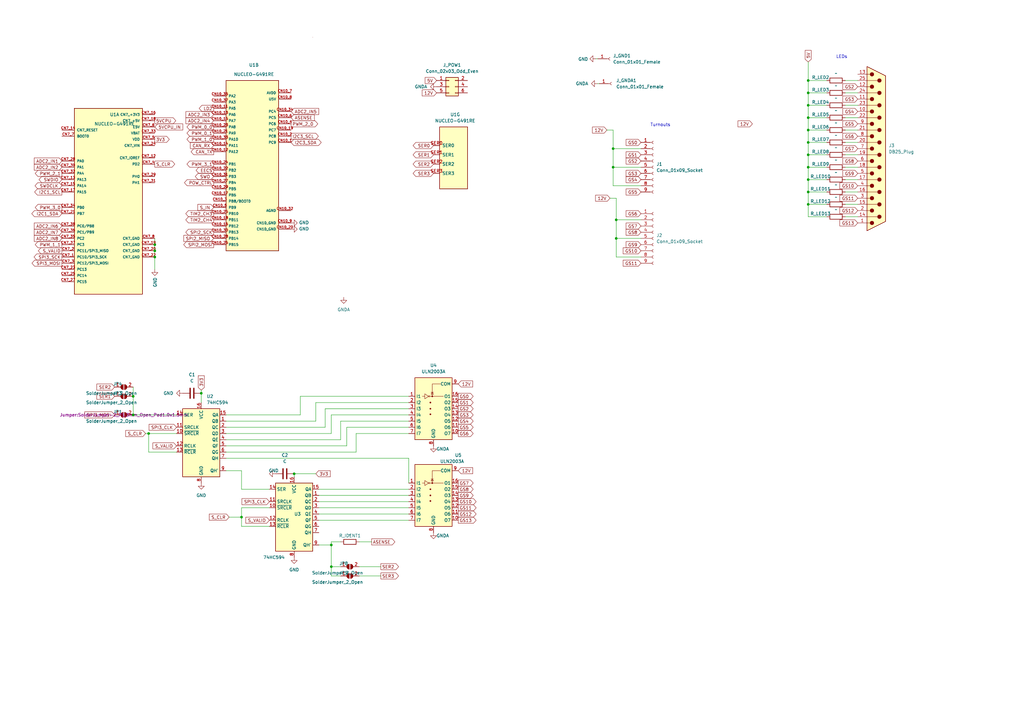
<source format=kicad_sch>
(kicad_sch (version 20230121) (generator eeschema)
  (paper "A3")
  (title_block (title "Template G4 V2") (date "2024-01-07") (company "DBN"))
  (junction (at 331.47 78.74))
  (junction (at 331.47 73.66))
  (junction (at 60.96 177.8))
  (junction (at 252.73 97.79))
  (junction (at 82.55 161.29))
  (junction (at 331.47 83.82))
  (junction (at 120.65 194.31))
  (junction (at 251.46 68.58))
  (junction (at 331.47 38.1))
  (junction (at 331.47 63.5))
  (junction (at 251.46 60.96))
  (junction (at 63.5 102.87))
  (junction (at 331.47 58.42))
  (junction (at 331.47 53.34))
  (junction (at 135.89 232.41))
  (junction (at 54.61 170.18))
  (junction (at 63.5 105.41))
  (junction (at 252.73 90.17))
  (junction (at 54.61 162.56))
  (junction (at 135.89 223.52))
  (junction (at 331.47 48.26))
  (junction (at 331.47 33.02))
  (junction (at 99.06 212.09))
  (junction (at 331.47 43.18))
  (junction (at 63.5 100.33))
  (junction (at 331.47 68.58))
  (wire (pts (xy 99.06 193.04) (xy 92.71 193.04)))
  (wire (pts (xy 252.73 90.17) (xy 252.73 97.79)))
  (wire (pts (xy 82.55 160.02) (xy 82.55 161.29)))
  (wire (pts (xy 250.19 81.28) (xy 252.73 81.28)))
  (wire (pts (xy 331.47 58.42) (xy 331.47 63.5)))
  (wire (pts (xy 130.81 210.82) (xy 167.64 210.82)))
  (wire (pts (xy 331.47 25.4) (xy 331.47 33.02)))
  (wire (pts (xy 346.71 43.18) (xy 351.79 43.18)))
  (wire (pts (xy 251.46 68.58) (xy 251.46 76.2)))
  (wire (pts (xy 251.46 60.96) (xy 262.89 60.96)))
  (wire (pts (xy 135.89 222.25) (xy 135.89 223.52)))
  (wire (pts (xy 135.89 223.52) (xy 135.89 232.41)))
  (wire (pts (xy 331.47 48.26) (xy 339.09 48.26)))
  (wire (pts (xy 331.47 83.82) (xy 339.09 83.82)))
  (wire (pts (xy 60.96 177.8) (xy 60.96 185.42)))
  (wire (pts (xy 63.5 105.41) (xy 63.5 110.49)))
  (wire (pts (xy 54.61 170.18) (xy 72.39 170.18)))
  (wire (pts (xy 130.81 203.2) (xy 167.64 203.2)))
  (wire (pts (xy 146.05 185.42) (xy 146.05 177.8)))
  (wire (pts (xy 99.06 212.09) (xy 99.06 208.28)))
  (wire (pts (xy 135.89 222.25) (xy 139.7 222.25)))
  (wire (pts (xy 99.06 200.66) (xy 99.06 193.04)))
  (wire (pts (xy 60.96 177.8) (xy 72.39 177.8)))
  (wire (pts (xy 54.61 162.56) (xy 54.61 170.18)))
  (wire (pts (xy 130.81 205.74) (xy 167.64 205.74)))
  (wire (pts (xy 331.47 53.34) (xy 331.47 58.42)))
  (wire (pts (xy 92.71 170.18) (xy 123.19 170.18)))
  (wire (pts (xy 123.19 170.18) (xy 123.19 162.56)))
  (wire (pts (xy 252.73 97.79) (xy 262.89 97.79)))
  (wire (pts (xy 346.71 88.9) (xy 351.79 88.9)))
  (wire (pts (xy 331.47 63.5) (xy 331.47 68.58)))
  (wire (pts (xy 99.06 200.66) (xy 110.49 200.66)))
  (wire (pts (xy 346.71 58.42) (xy 351.79 58.42)))
  (wire (pts (xy 346.71 68.58) (xy 351.79 68.58)))
  (wire (pts (xy 251.46 60.96) (xy 251.46 68.58)))
  (wire (pts (xy 331.47 33.02) (xy 339.09 33.02)))
  (wire (pts (xy 63.5 102.87) (xy 63.5 105.41)))
  (wire (pts (xy 60.96 185.42) (xy 72.39 185.42)))
  (wire (pts (xy 135.89 236.22) (xy 139.7 236.22)))
  (wire (pts (xy 331.47 78.74) (xy 331.47 83.82)))
  (wire (pts (xy 252.73 97.79) (xy 252.73 105.41)))
  (wire (pts (xy 251.46 53.34) (xy 251.46 60.96)))
  (wire (pts (xy 346.71 83.82) (xy 351.79 83.82)))
  (wire (pts (xy 139.7 180.34) (xy 139.7 172.72)))
  (wire (pts (xy 331.47 78.74) (xy 339.09 78.74)))
  (wire (pts (xy 346.71 63.5) (xy 351.79 63.5)))
  (wire (pts (xy 92.71 182.88) (xy 142.24 182.88)))
  (wire (pts (xy 331.47 73.66) (xy 331.47 78.74)))
  (wire (pts (xy 139.7 172.72) (xy 167.64 172.72)))
  (wire (pts (xy 167.64 187.96) (xy 167.64 198.12)))
  (wire (pts (xy 346.71 78.74) (xy 351.79 78.74)))
  (wire (pts (xy 99.06 208.28) (xy 110.49 208.28)))
  (wire (pts (xy 331.47 48.26) (xy 331.47 53.34)))
  (wire (pts (xy 92.71 177.8) (xy 135.89 177.8)))
  (wire (pts (xy 251.46 68.58) (xy 262.89 68.58)))
  (wire (pts (xy 135.89 232.41) (xy 135.89 236.22)))
  (wire (pts (xy 129.54 165.1) (xy 167.64 165.1)))
  (wire (pts (xy 331.47 88.9) (xy 339.09 88.9)))
  (wire (pts (xy 248.92 53.34) (xy 251.46 53.34)))
  (wire (pts (xy 346.71 33.02) (xy 351.79 33.02)))
  (wire (pts (xy 346.71 38.1) (xy 351.79 38.1)))
  (wire (pts (xy 245.11 34.29) (xy 245.745 34.29)))
  (wire (pts (xy 135.89 177.8) (xy 135.89 170.18)))
  (wire (pts (xy 133.35 167.64) (xy 167.64 167.64)))
  (wire (pts (xy 120.65 194.31) (xy 129.54 194.31)))
  (wire (pts (xy 135.89 170.18) (xy 167.64 170.18)))
  (wire (pts (xy 130.81 208.28) (xy 167.64 208.28)))
  (wire (pts (xy 142.24 182.88) (xy 142.24 175.26)))
  (wire (pts (xy 346.71 53.34) (xy 351.79 53.34)))
  (wire (pts (xy 331.47 43.18) (xy 331.47 48.26)))
  (wire (pts (xy 130.81 223.52) (xy 135.89 223.52)))
  (wire (pts (xy 331.47 38.1) (xy 331.47 43.18)))
  (wire (pts (xy 251.46 76.2) (xy 262.89 76.2)))
  (wire (pts (xy 142.24 175.26) (xy 167.64 175.26)))
  (wire (pts (xy 82.55 161.29) (xy 82.55 165.1)))
  (wire (pts (xy 54.61 158.75) (xy 54.61 162.56)))
  (wire (pts (xy 146.05 177.8) (xy 167.64 177.8)))
  (wire (pts (xy 147.32 236.22) (xy 156.21 236.22)))
  (wire (pts (xy 331.47 83.82) (xy 331.47 88.9)))
  (wire (pts (xy 92.71 180.34) (xy 139.7 180.34)))
  (wire (pts (xy 331.47 58.42) (xy 339.09 58.42)))
  (wire (pts (xy 331.47 73.66) (xy 339.09 73.66)))
  (wire (pts (xy 63.5 97.79) (xy 63.5 100.33)))
  (wire (pts (xy 244.475 24.13) (xy 245.11 24.13)))
  (wire (pts (xy 120.65 194.31) (xy 120.65 195.58)))
  (wire (pts (xy 331.47 68.58) (xy 331.47 73.66)))
  (wire (pts (xy 152.4 222.25) (xy 147.32 222.25)))
  (wire (pts (xy 92.71 172.72) (xy 129.54 172.72)))
  (wire (pts (xy 331.47 53.34) (xy 339.09 53.34)))
  (wire (pts (xy 346.71 73.66) (xy 351.79 73.66)))
  (wire (pts (xy 130.81 200.66) (xy 167.64 200.66)))
  (wire (pts (xy 252.73 105.41) (xy 262.89 105.41)))
  (wire (pts (xy 346.71 48.26) (xy 351.79 48.26)))
  (wire (pts (xy 135.89 232.41) (xy 139.7 232.41)))
  (wire (pts (xy 92.71 175.26) (xy 133.35 175.26)))
  (wire (pts (xy 130.81 213.36) (xy 167.64 213.36)))
  (wire (pts (xy 252.73 81.28) (xy 252.73 90.17)))
  (wire (pts (xy 93.98 212.09) (xy 99.06 212.09)))
  (wire (pts (xy 92.71 187.96) (xy 167.64 187.96)))
  (wire (pts (xy 99.06 212.09) (xy 99.06 215.9)))
  (wire (pts (xy 331.47 43.18) (xy 339.09 43.18)))
  (wire (pts (xy 99.06 215.9) (xy 110.49 215.9)))
  (wire (pts (xy 252.73 90.17) (xy 262.89 90.17)))
  (wire (pts (xy 147.32 232.41) (xy 156.21 232.41)))
  (wire (pts (xy 331.47 63.5) (xy 339.09 63.5)))
  (wire (pts (xy 129.54 172.72) (xy 129.54 165.1)))
  (wire (pts (xy 331.47 38.1) (xy 339.09 38.1)))
  (wire (pts (xy 63.5 100.33) (xy 63.5 102.87)))
  (wire (pts (xy 123.19 162.56) (xy 167.64 162.56)))
  (wire (pts (xy 59.69 177.8) (xy 60.96 177.8)))
  (wire (pts (xy 133.35 175.26) (xy 133.35 167.64)))
  (wire (pts (xy 331.47 33.02) (xy 331.47 38.1)))
  (wire (pts (xy 92.71 185.42) (xy 146.05 185.42)))
  (wire (pts (xy 331.47 68.58) (xy 339.09 68.58)))
  (text "Turnouts\n" (at 266.7 52.07 0) (effects (font (size 1.27 1.27)) (justify left bottom)))
  (text "LEDs\n" (at 342.9 24.13 0) (effects (font (size 1.27 1.27)) (justify left bottom)))
  (global_label "GS12" (shape output) (at 187.96 210.82 0) (property "Intersheetrefs" "${INTERSHEET_REFS}" (effects hide)))
  (global_label "GS13" (shape output) (at 187.96 213.36 0) (property "Intersheetrefs" "${INTERSHEET_REFS}" (effects hide)))
  (global_label "PWM_3_1" (shape output) (at 87.63 67.31 180) (property "Intersheetrefs" "${INTERSHEET_REFS}" (effects hide)))
  (global_label "S_CLR" (shape input) (at 59.69 177.8 180) (property "Intersheetrefs" "${INTERSHEET_REFS}" (effects hide)))
  (global_label "S_CLR" (shape input) (at 93.98 212.09 180) (property "Intersheetrefs" "${INTERSHEET_REFS}" (effects hide)))
  (global_label "PWM_2_0" (shape output) (at 119.38 50.8 0) (property "Intersheetrefs" "${INTERSHEET_REFS}" (effects hide)))
  (global_label "GS9" (shape input) (at 351.79 71.12 180) (property "Intersheetrefs" "${INTERSHEET_REFS}" (effects hide)))
  (global_label "SER1" (shape input) (at 46.99 162.56 180) (property "Intersheetrefs" "${INTERSHEET_REFS}" (effects hide)))
  (global_label "S_VALID" (shape input) (at 72.39 182.88 180) (property "Intersheetrefs" "${INTERSHEET_REFS}" (effects hide)))
  (global_label "SPI3_MOSI" (shape input) (at 46.99 170.18 180) (property "Intersheetrefs" "${INTERSHEET_REFS}" (effects hide)))
  (global_label "I2C3_SDA" (shape bidirectional) (at 119.38 58.42 0) (property "Intersheetrefs" "${INTERSHEET_REFS}" (effects hide)))
  (global_label "GS7" (shape output) (at 187.96 198.12 0) (property "Intersheetrefs" "${INTERSHEET_REFS}" (effects hide)))
  (global_label "GS4" (shape input) (at 351.79 45.72 180) (property "Intersheetrefs" "${INTERSHEET_REFS}" (effects hide)))
  (global_label "12V" (shape input) (at 179.07 38.1 180) (property "Intersheetrefs" "${INTERSHEET_REFS}" (effects hide)))
  (global_label "SWO" (shape bidirectional) (at 87.63 72.39 180) (property "Intersheetrefs" "${INTERSHEET_REFS}" (effects hide)))
  (global_label "S_VALID" (shape output) (at 25.4 102.87 180) (property "Intersheetrefs" "${INTERSHEET_REFS}" (effects hide)))
  (global_label "12V" (shape input) (at 187.96 157.48 0) (property "Intersheetrefs" "${INTERSHEET_REFS}" (effects hide)))
  (global_label "GS5" (shape output) (at 187.96 175.26 0) (property "Intersheetrefs" "${INTERSHEET_REFS}" (effects hide)))
  (global_label "GS13" (shape input) (at 351.79 91.44 180) (property "Intersheetrefs" "${INTERSHEET_REFS}" (effects hide)))
  (global_label "GS10" (shape input) (at 351.79 76.2 180) (property "Intersheetrefs" "${INTERSHEET_REFS}" (effects hide)))
  (global_label "GS5" (shape input) (at 262.89 78.74 180) (property "Intersheetrefs" "${INTERSHEET_REFS}" (effects hide)))
  (global_label "PWM_2_1" (shape output) (at 25.4 71.12 180) (property "Intersheetrefs" "${INTERSHEET_REFS}" (effects hide)))
  (global_label "GS6" (shape output) (at 187.96 177.8 0) (property "Intersheetrefs" "${INTERSHEET_REFS}" (effects hide)))
  (global_label "ASENSE" (shape output) (at 152.4 222.25 0) (property "Intersheetrefs" "${INTERSHEET_REFS}" (effects hide)))
  (global_label "GS8" (shape input) (at 262.89 95.25 180) (property "Intersheetrefs" "${INTERSHEET_REFS}" (effects hide)))
  (global_label "I2C1_SDA" (shape bidirectional) (at 25.4 87.63 180) (property "Intersheetrefs" "${INTERSHEET_REFS}" (effects hide)))
  (global_label "GS9" (shape input) (at 262.89 100.33 180) (property "Intersheetrefs" "${INTERSHEET_REFS}" (effects hide)))
  (global_label "LD2" (shape output) (at 87.63 44.45 180) (property "Intersheetrefs" "${INTERSHEET_REFS}" (effects hide)))
  (global_label "SPI3_CLK" (shape input) (at 110.49 205.74 180) (property "Intersheetrefs" "${INTERSHEET_REFS}" (effects hide)))
  (global_label "GS11" (shape output) (at 187.96 208.28 0) (property "Intersheetrefs" "${INTERSHEET_REFS}" (effects hide)))
  (global_label "SPI2_MOSI" (shape output) (at 87.63 100.33 180) (property "Intersheetrefs" "${INTERSHEET_REFS}" (effects hide)))
  (global_label "GS8" (shape input) (at 351.79 66.04 180) (property "Intersheetrefs" "${INTERSHEET_REFS}" (effects hide)))
  (global_label "SER3" (shape output) (at 156.21 236.22 0) (property "Intersheetrefs" "${INTERSHEET_REFS}" (effects hide)))
  (global_label "GS10" (shape input) (at 262.89 102.87 180) (property "Intersheetrefs" "${INTERSHEET_REFS}" (effects hide)))
  (global_label "PWM_0_0" (shape output) (at 87.63 52.07 180) (property "Intersheetrefs" "${INTERSHEET_REFS}" (effects hide)))
  (global_label "GS6" (shape input) (at 262.89 87.63 180) (property "Intersheetrefs" "${INTERSHEET_REFS}" (effects hide)))
  (global_label "GS0" (shape input) (at 262.89 58.42 180) (property "Intersheetrefs" "${INTERSHEET_REFS}" (effects hide)))
  (global_label "PWM_1_1" (shape output) (at 25.4 100.33 180) (property "Intersheetrefs" "${INTERSHEET_REFS}" (effects hide)))
  (global_label "ADC2_IN2" (shape input) (at 25.4 68.58 180) (property "Intersheetrefs" "${INTERSHEET_REFS}" (effects hide)))
  (global_label "TIM2_CH4" (shape output) (at 87.63 90.17 180) (property "Intersheetrefs" "${INTERSHEET_REFS}" (effects hide)))
  (global_label "SPI3_MOSI" (shape output) (at 25.4 107.95 180) (property "Intersheetrefs" "${INTERSHEET_REFS}" (effects hide)))
  (global_label "GS6" (shape input) (at 351.79 55.88 180) (property "Intersheetrefs" "${INTERSHEET_REFS}" (effects hide)))
  (global_label "GS5" (shape input) (at 351.79 50.8 180) (property "Intersheetrefs" "${INTERSHEET_REFS}" (effects hide)))
  (global_label "ADC2_IN6" (shape input) (at 25.4 92.71 180) (property "Intersheetrefs" "${INTERSHEET_REFS}" (effects hide)))
  (global_label "GS2" (shape output) (at 187.96 167.64 0) (property "Intersheetrefs" "${INTERSHEET_REFS}" (effects hide)))
  (global_label "ADC2_IN4" (shape input) (at 87.63 49.53 180) (property "Intersheetrefs" "${INTERSHEET_REFS}" (effects hide)))
  (global_label "SER2" (shape bidirectional) (at 177.8 67.31 180) (property "Intersheetrefs" "${INTERSHEET_REFS}" (effects hide)))
  (global_label "GS9" (shape output) (at 187.96 203.2 0) (property "Intersheetrefs" "${INTERSHEET_REFS}" (effects hide)))
  (global_label "GS3" (shape input) (at 351.79 40.64 180) (property "Intersheetrefs" "${INTERSHEET_REFS}" (effects hide)))
  (global_label "ADC2_IN3" (shape input) (at 87.63 46.99 180) (property "Intersheetrefs" "${INTERSHEET_REFS}" (effects hide)))
  (global_label "CAN_TX" (shape output) (at 87.63 62.23 180) (property "Intersheetrefs" "${INTERSHEET_REFS}" (effects hide)))
  (global_label "TIM2_CH3" (shape output) (at 87.63 87.63 180) (property "Intersheetrefs" "${INTERSHEET_REFS}" (effects hide)))
  (global_label "POW_CTRL" (shape output) (at 87.63 74.93 180) (property "Intersheetrefs" "${INTERSHEET_REFS}" (effects hide)))
  (global_label "SPI2_MISO" (shape input) (at 87.63 97.79 180) (property "Intersheetrefs" "${INTERSHEET_REFS}" (effects hide)))
  (global_label "GS4" (shape input) (at 262.89 73.66 180) (property "Intersheetrefs" "${INTERSHEET_REFS}" (effects hide)))
  (global_label "12V" (shape input) (at 308.61 50.8 180) (property "Intersheetrefs" "${INTERSHEET_REFS}" (effects hide)))
  (global_label "SER3" (shape bidirectional) (at 177.8 71.12 180) (property "Intersheetrefs" "${INTERSHEET_REFS}" (effects hide)))
  (global_label "ADC2_IN1" (shape input) (at 25.4 66.04 180) (property "Intersheetrefs" "${INTERSHEET_REFS}" (effects hide)))
  (global_label "3V3" (shape input) (at 129.54 194.31 0) (property "Intersheetrefs" "${INTERSHEET_REFS}" (effects hide)))
  (global_label "GS12" (shape input) (at 351.79 86.36 180) (property "Intersheetrefs" "${INTERSHEET_REFS}" (effects hide)))
  (global_label "ASENSE" (shape input) (at 119.38 48.26 0) (property "Intersheetrefs" "${INTERSHEET_REFS}" (effects hide)))
  (global_label "S_IN" (shape input) (at 87.63 85.09 180) (property "Intersheetrefs" "${INTERSHEET_REFS}" (effects hide)))
  (global_label "S_CLR" (shape output) (at 63.5 67.31 0) (property "Intersheetrefs" "${INTERSHEET_REFS}" (effects hide)))
  (global_label "5V" (shape input) (at 331.47 25.4 90) (property "Intersheetrefs" "${INTERSHEET_REFS}" (effects hide)))
  (global_label "SER2" (shape input) (at 46.99 158.75 180) (property "Intersheetrefs" "${INTERSHEET_REFS}" (effects hide)))
  (global_label "SWDIO" (shape bidirectional) (at 25.4 73.66 180) (property "Intersheetrefs" "${INTERSHEET_REFS}" (effects hide)))
  (global_label "SPI3_CLK" (shape input) (at 72.39 175.26 180) (property "Intersheetrefs" "${INTERSHEET_REFS}" (effects hide)))
  (global_label "12V" (shape input) (at 248.92 53.34 180) (property "Intersheetrefs" "${INTERSHEET_REFS}" (effects hide)))
  (global_label "ADC2_IN8" (shape input) (at 25.4 97.79 180) (property "Intersheetrefs" "${INTERSHEET_REFS}" (effects hide)))
  (global_label "GS2" (shape input) (at 262.89 66.04 180) (property "Intersheetrefs" "${INTERSHEET_REFS}" (effects hide)))
  (global_label "GS1" (shape input) (at 262.89 63.5 180) (property "Intersheetrefs" "${INTERSHEET_REFS}" (effects hide)))
  (global_label "12V" (shape input) (at 187.96 193.04 0) (property "Intersheetrefs" "${INTERSHEET_REFS}" (effects hide)))
  (global_label "GS10" (shape output) (at 187.96 205.74 0) (property "Intersheetrefs" "${INTERSHEET_REFS}" (effects hide)))
  (global_label "PWM_3_0" (shape output) (at 25.4 85.09 180) (property "Intersheetrefs" "${INTERSHEET_REFS}" (effects hide)))
  (global_label "SER0" (shape bidirectional) (at 177.8 59.69 180) (property "Intersheetrefs" "${INTERSHEET_REFS}" (effects hide)))
  (global_label "GS0" (shape output) (at 187.96 162.56 0) (property "Intersheetrefs" "${INTERSHEET_REFS}" (effects hide)))
  (global_label "GS7" (shape input) (at 262.89 92.71 180) (property "Intersheetrefs" "${INTERSHEET_REFS}" (effects hide)))
  (global_label "PWM_0_1" (shape output) (at 87.63 54.61 180) (property "Intersheetrefs" "${INTERSHEET_REFS}" (effects hide)))
  (global_label "5VCPU" (shape output) (at 63.5 49.53 0) (property "Intersheetrefs" "${INTERSHEET_REFS}" (effects hide)))
  (global_label "GS11" (shape input) (at 262.89 107.95 180) (property "Intersheetrefs" "${INTERSHEET_REFS}" (effects hide)))
  (global_label "EECS" (shape output) (at 87.63 69.85 180) (property "Intersheetrefs" "${INTERSHEET_REFS}" (effects hide)))
  (global_label "CAN_RX" (shape input) (at 87.63 59.69 180) (property "Intersheetrefs" "${INTERSHEET_REFS}" (effects hide)))
  (global_label "SER1" (shape bidirectional) (at 177.8 63.5 180) (property "Intersheetrefs" "${INTERSHEET_REFS}" (effects hide)))
  (global_label "SPI3_SCK" (shape output) (at 25.4 105.41 180) (property "Intersheetrefs" "${INTERSHEET_REFS}" (effects hide)))
  (global_label "I2C3_SCL" (shape output) (at 119.38 55.88 0) (property "Intersheetrefs" "${INTERSHEET_REFS}" (effects hide)))
  (global_label "SWDCLK" (shape bidirectional) (at 25.4 76.2 180) (property "Intersheetrefs" "${INTERSHEET_REFS}" (effects hide)))
  (global_label "5VCPU_IN" (shape input) (at 63.5 52.07 0) (property "Intersheetrefs" "${INTERSHEET_REFS}" (effects hide)))
  (global_label "12V" (shape input) (at 250.19 81.28 180) (property "Intersheetrefs" "${INTERSHEET_REFS}" (effects hide)))
  (global_label "GS2" (shape input) (at 351.79 35.56 180) (property "Intersheetrefs" "${INTERSHEET_REFS}" (effects hide)))
  (global_label "GS3" (shape input) (at 262.89 71.12 180) (property "Intersheetrefs" "${INTERSHEET_REFS}" (effects hide)))
  (global_label "SER2" (shape output) (at 156.21 232.41 0) (property "Intersheetrefs" "${INTERSHEET_REFS}" (effects hide)))
  (global_label "ADC2_IN7" (shape input) (at 25.4 95.25 180) (property "Intersheetrefs" "${INTERSHEET_REFS}" (effects hide)))
  (global_label "3V3" (shape input) (at 82.55 160.02 90) (property "Intersheetrefs" "${INTERSHEET_REFS}" (effects hide)))
  (global_label "GS11" (shape input) (at 351.79 81.28 180) (property "Intersheetrefs" "${INTERSHEET_REFS}" (effects hide)))
  (global_label "S_VALID" (shape input) (at 110.49 213.36 180) (property "Intersheetrefs" "${INTERSHEET_REFS}" (effects hide)))
  (global_label "I2C1_SCL" (shape output) (at 25.4 78.74 180) (property "Intersheetrefs" "${INTERSHEET_REFS}" (effects hide)))
  (global_label "GS1" (shape output) (at 187.96 165.1 0) (property "Intersheetrefs" "${INTERSHEET_REFS}" (effects hide)))
  (global_label "PWM_1_0" (shape output) (at 87.63 57.15 180) (property "Intersheetrefs" "${INTERSHEET_REFS}" (effects hide)))
  (global_label "GS4" (shape output) (at 187.96 172.72 0) (property "Intersheetrefs" "${INTERSHEET_REFS}" (effects hide)))
  (global_label "GS8" (shape output) (at 187.96 200.66 0) (property "Intersheetrefs" "${INTERSHEET_REFS}" (effects hide)))
  (global_label "5V" (shape input) (at 179.07 33.02 180) (property "Intersheetrefs" "${INTERSHEET_REFS}" (effects hide)))
  (global_label "GS7" (shape input) (at 351.79 60.96 180) (property "Intersheetrefs" "${INTERSHEET_REFS}" (effects hide)))
  (global_label "SPI2_SCK" (shape output) (at 87.63 95.25 180) (property "Intersheetrefs" "${INTERSHEET_REFS}" (effects hide)))
  (global_label "GS3" (shape output) (at 187.96 170.18 0) (property "Intersheetrefs" "${INTERSHEET_REFS}" (effects hide)))
  (global_label "3V3" (shape output) (at 63.5 57.15 0) (property "Intersheetrefs" "${INTERSHEET_REFS}" (effects hide)))
  (global_label "ADC2_IN5" (shape input) (at 119.38 45.72 0) (property "Intersheetrefs" "${INTERSHEET_REFS}" (effects hide)))
  (symbol (lib_id "Transistor_Array:ULN2003A") (at 177.8 167.64 0) (unit 1)
    (property "Reference" "U4" (at 177.8 149.86 0))
    (property "Value" "ULN2003A" (at 177.8 152.4 0))
    (property "Footprint" "Package_DIP:DIP-16_W7.62mm" (effects hide))
    (property "Datasheet" "http://www.ti.com/lit/ds/symlink/uln2003a.pdf" (effects hide))
  )
  (symbol (lib_id "Device:R") (at 342.9 78.74 270) (unit 1)
    (property "Reference" "R_LED11" (at 336.55 77.47 90))
    (property "Value" "~" (at 342.9 75.7936 90))
    (property "Footprint" "Resistor_THT:R_Axial_DIN0207_L6.3mm_D2.5mm_P7.62mm_Horizontal" (effects hide))
  )
  (symbol (lib_id "Device:R") (at 342.9 48.26 270) (unit 1)
    (property "Reference" "R_LED5" (at 336.55 46.99 90))
    (property "Value" "~" (at 342.9 45.3136 90))
    (property "Footprint" "Resistor_THT:R_Axial_DIN0207_L6.3mm_D2.5mm_P7.62mm_Horizontal" (effects hide))
  )
  (symbol (lib_id "Device:C") (at 116.84 194.31 90) (unit 1)
    (property "Reference" "C2" (at 116.84 186.69 90))
    (property "Value" "C" (at 116.84 189.23 90))
    (property "Footprint" "Capacitor_THT:C_Disc_D3.4mm_W2.1mm_P2.50mm" (effects hide))
  )
  (symbol (lib_id "Jumper:SolderJumper_2_Open") (at 143.51 232.41 0) (unit 1)
    (property "Reference" "JP8" (at 140.97 231.14 0))
    (property "Value" "SolderJumper_2_Open" (at 138.43 234.95 0))
    (property "Footprint" "Jumper:SolderJumper-2_P1.3mm_Open_Pad1.0x1.5mm" (effects hide))
  )
  (symbol (lib_id "Device:R") (at 342.9 73.66 270) (unit 1)
    (property "Reference" "R_LED10" (at 336.55 72.39 90))
    (property "Value" "~" (at 342.9 70.7136 90))
    (property "Footprint" "Resistor_THT:R_Axial_DIN0207_L6.3mm_D2.5mm_P7.62mm_Horizontal" (effects hide))
  )
  (symbol (lib_id "Device:R") (at 342.9 58.42 270) (unit 1)
    (property "Reference" "R_LED7" (at 336.55 57.15 90))
    (property "Value" "~" (at 342.9 55.4736 90))
    (property "Footprint" "Resistor_THT:R_Axial_DIN0207_L6.3mm_D2.5mm_P7.62mm_Horizontal" (effects hide))
  )
  (symbol (lib_id "power:GND") (at 63.5 110.49 0) (unit 1)
    (property "Reference" "#PWR0104" (effects hide))
    (property "Value" "GND" (at 63.627 113.7412 90) (effects (justify right)))
  )
  (symbol (lib_id "DBN:74HC594") (at 82.55 180.34 0) (unit 1)
    (property "Reference" "U2" (at 84.7441 162.56 0) (effects (justify left)))
    (property "Value" "74HC594" (at 84.7441 165.1 0) (effects (justify left)))
    (property "Footprint" "Package_DIP:DIP-16_W7.62mm_LongPads" (effects hide))
    (property "Datasheet" "http://www.ti.com/lit/ds/symlink/sn74hc594.pdf" (effects hide))
  )
  (symbol (lib_id "Device:R") (at 342.9 63.5 270) (unit 1)
    (property "Reference" "R_LED8" (at 336.55 62.23 90))
    (property "Value" "~" (at 342.9 60.5536 90))
    (property "Footprint" "Resistor_THT:R_Axial_DIN0207_L6.3mm_D2.5mm_P7.62mm_Horizontal" (effects hide))
  )
  (symbol (lib_id "Connector:Conn_01x01_Female") (at 250.19 24.13 0) (unit 1)
    (property "Reference" "J_GND1" (at 251.46 22.86 0) (effects (justify left)))
    (property "Value" "Conn_01x01_Female" (at 251.46 25.4 0) (effects (justify left)))
    (property "Footprint" "Connector_PinHeader_2.54mm:PinHeader_1x01_P2.54mm_Vertical" (effects hide))
  )
  (symbol (lib_id "Device:R") (at 342.9 83.82 270) (unit 1)
    (property "Reference" "R_LED12" (at 336.55 82.55 90))
    (property "Value" "~" (at 342.9 80.8736 90))
    (property "Footprint" "Resistor_THT:R_Axial_DIN0207_L6.3mm_D2.5mm_P7.62mm_Horizontal" (effects hide))
  )
  (symbol (lib_id "power:GND") (at 119.38 91.44 90) (unit 1)
    (property "Reference" "#PWR03" (effects hide))
    (property "Value" "GND" (at 122.6312 91.313 90) (effects (justify right)))
  )
  (symbol (lib_id "power:GNDA") (at 177.8 218.44 0) (unit 1)
    (property "Reference" "#PWR06" (effects hide))
    (property "Value" "GNDA" (at 181.61 219.71 0))
  )
  (symbol (lib_id "nucleo64:NUCLEO-G491RE_SER") (at 185.42 66.04 0) (unit 7)
    (property "Reference" "U1" (at 186.69 46.99 0))
    (property "Value" "NUCLEO-G491RE" (at 186.69 49.53 0))
    (property "Footprint" "G4Lib:MODULE_NUCLEO-G491RE20noar" (effects hide))
    (property "MANUFACTURER" "STMicroelectronics" (effects hide))
    (property "PARTREV" "13" (effects hide))
  )
  (symbol (lib_id "Connector:DB25_Plug") (at 359.41 60.96 0) (unit 1)
    (property "Reference" "J3" (at 364.49 59.69 0) (effects (justify left)))
    (property "Value" "DB25_Plug" (at 364.49 62.23 0) (effects (justify left)))
    (property "Footprint" "Connector_Dsub:DSUB-25_Female_Horizontal_P2.77x2.84mm_EdgePinOffset7.70mm_Housed_MountingHolesOffset9.12mm" (effects hide))
    (property "Datasheet" " ~" (effects hide))
  )
  (symbol (lib_name "NUCLEO-G491RE_SER_1") (lib_id "nucleo64:NUCLEO-G491RE_SER") (at 105.41 66.04 0) (unit 2)
    (property "Reference" "U1" (at 104.14 26.67 0))
    (property "Value" "NUCLEO-G491RE" (at 104.14 30.48 0))
    (property "Footprint" "G4Lib:MODULE_NUCLEO-G491RE20noar" (effects hide))
    (property "MANUFACTURER" "STMicroelectronics" (effects hide))
    (property "PARTREV" "13" (effects hide))
  )
  (symbol (lib_name "GND_1") (lib_id "power:GND") (at 82.55 198.12 0) (unit 1)
    (property "Reference" "#PWR07" (effects hide))
    (property "Value" "GND" (at 82.55 203.2 0))
  )
  (symbol (lib_id "power:GNDA") (at 140.97 121.92 0) (unit 1)
    (property "Reference" "#PWR02" (effects hide))
    (property "Value" "GNDA" (at 140.97 127 0))
  )
  (symbol (lib_id "power:GNDA") (at 245.11 34.29 270) (unit 1)
    (property "Reference" "#PWR010" (effects hide))
    (property "Value" "GNDA" (at 241.3 34.29 90) (effects (justify right)))
  )
  (symbol (lib_id "Connector:Conn_01x09_Socket") (at 267.97 97.79 0) (unit 1)
    (property "Reference" "J2" (at 269.24 96.52 0) (effects (justify left)))
    (property "Value" "Conn_01x09_Socket" (at 269.24 99.06 0) (effects (justify left)))
    (property "Footprint" "Connector_PinHeader_2.54mm:PinHeader_1x09_P2.54mm_Vertical" (effects hide))
  )
  (symbol (lib_id "Device:R") (at 342.9 68.58 270) (unit 1)
    (property "Reference" "R_LED9" (at 336.55 67.31 90))
    (property "Value" "~" (at 342.9 65.6336 90))
    (property "Footprint" "Resistor_THT:R_Axial_DIN0207_L6.3mm_D2.5mm_P7.62mm_Horizontal" (effects hide))
  )
  (symbol (lib_id "Jumper:SolderJumper_2_Open") (at 143.51 236.22 0) (unit 1)
    (property "Reference" "JP9" (at 140.97 234.95 0))
    (property "Value" "SolderJumper_2_Open" (at 138.43 238.76 0))
    (property "Footprint" "Jumper:SolderJumper-2_P1.3mm_Open_Pad1.0x1.5mm" (effects hide))
  )
  (symbol (lib_id "Device:C") (at 78.74 161.29 90) (unit 1)
    (property "Reference" "C1" (at 78.74 153.67 90))
    (property "Value" "C" (at 78.74 156.21 90))
    (property "Footprint" "Capacitor_THT:C_Disc_D3.4mm_W2.1mm_P2.50mm" (effects hide))
  )
  (symbol (lib_id "power:GNDA") (at 179.07 35.56 270) (unit 1)
    (property "Reference" "#PWR04" (effects hide))
    (property "Value" "GNDA" (at 175.26 35.56 90) (effects (justify right)))
  )
  (symbol (lib_id "Device:R") (at 342.9 88.9 270) (unit 1)
    (property "Reference" "R_LED13" (at 336.55 87.63 90))
    (property "Value" "~" (at 342.9 85.9536 90))
    (property "Footprint" "Resistor_THT:R_Axial_DIN0207_L6.3mm_D2.5mm_P7.62mm_Horizontal" (effects hide))
  )
  (symbol (lib_id "Device:R") (at 342.9 53.34 270) (unit 1)
    (property "Reference" "R_LED6" (at 336.55 52.07 90))
    (property "Value" "~" (at 342.9 50.3936 90))
    (property "Footprint" "Resistor_THT:R_Axial_DIN0207_L6.3mm_D2.5mm_P7.62mm_Horizontal" (effects hide))
  )
  (symbol (lib_id "power:GND") (at 119.38 93.98 90) (unit 1)
    (property "Reference" "#PWR0105" (effects hide))
    (property "Value" "GND" (at 122.6312 93.853 90) (effects (justify right)))
  )
  (symbol (lib_id "Connector:Conn_01x01_Female") (at 250.825 34.29 0) (unit 1)
    (property "Reference" "J_GNDA1" (at 252.73 33.02 0) (effects (justify left)))
    (property "Value" "Conn_01x01_Female" (at 252.73 35.56 0) (effects (justify left)))
    (property "Footprint" "Connector_PinHeader_2.54mm:PinHeader_1x01_P2.54mm_Vertical" (effects hide))
  )
  (symbol (lib_id "Transistor_Array:ULN2003A") (at 177.8 203.2 0) (unit 1)
    (property "Reference" "U5" (at 187.96 186.69 0))
    (property "Value" "ULN2003A" (at 185.42 189.23 0))
    (property "Footprint" "Package_DIP:DIP-16_W7.62mm" (effects hide))
    (property "Datasheet" "http://www.ti.com/lit/ds/symlink/uln2003a.pdf" (effects hide))
  )
  (symbol (lib_name "GND_1") (lib_id "power:GND") (at 120.65 228.6 0) (unit 1)
    (property "Reference" "#PWR01" (effects hide))
    (property "Value" "GND" (at 120.65 233.68 0))
  )
  (symbol (lib_name "GND_1") (lib_id "power:GND") (at 113.03 194.31 270) (unit 1)
    (property "Reference" "#PWR09" (effects hide))
    (property "Value" "GND" (at 114.3 193.04 90) (effects (justify right)))
  )
  (symbol (lib_id "Connector_Generic:Conn_02x03_Odd_Even") (at 184.15 35.56 0) (unit 1)
    (property "Reference" "J_POW1" (at 185.42 26.67 0))
    (property "Value" "Conn_02x03_Odd_Even" (at 185.42 29.21 0))
    (property "Footprint" "Connector_PinHeader_2.54mm:PinHeader_2x03_P2.54mm_Vertical" (effects hide))
  )
  (symbol (lib_id "Jumper:SolderJumper_2_Open") (at 50.8 162.56 0) (unit 1)
    (property "Reference" "JP3" (at 48.26 161.29 0))
    (property "Value" "SolderJumper_2_Open" (at 45.72 165.1 0))
    (property "Footprint" "Jumper:SolderJumper-2_P1.3mm_Open_Pad1.0x1.5mm" (effects hide))
  )
  (symbol (lib_id "Device:R") (at 342.9 33.02 270) (unit 1)
    (property "Reference" "R_LED2" (at 336.55 31.75 90))
    (property "Value" "~" (at 342.9 30.0736 90))
    (property "Footprint" "Resistor_THT:R_Axial_DIN0207_L6.3mm_D2.5mm_P7.62mm_Horizontal" (effects hide))
  )
  (symbol (lib_id "power:GNDA") (at 177.8 182.88 0) (unit 1)
    (property "Reference" "#PWR05" (effects hide))
    (property "Value" "GNDA" (at 181.61 184.15 0))
  )
  (symbol (lib_name "GND_1") (lib_id "power:GND") (at 74.93 161.29 270) (unit 1)
    (property "Reference" "#PWR08" (effects hide))
    (property "Value" "GND" (at 71.12 161.29 90) (effects (justify right)))
  )
  (symbol (lib_id "Device:R") (at 342.9 38.1 270) (unit 1)
    (property "Reference" "R_LED3" (at 336.55 36.83 90))
    (property "Value" "~" (at 342.9 35.1536 90))
    (property "Footprint" "Resistor_THT:R_Axial_DIN0207_L6.3mm_D2.5mm_P7.62mm_Horizontal" (effects hide))
  )
  (symbol (lib_id "DBN:74HC594") (at 120.65 210.82 0) (unit 1)
    (property "Reference" "U3" (at 120.65 210.82 0) (effects (justify left)))
    (property "Value" "74HC594" (at 107.95 228.6 0) (effects (justify left)))
    (property "Footprint" "Package_DIP:DIP-16_W7.62mm_LongPads" (effects hide))
    (property "Datasheet" "http://www.ti.com/lit/ds/symlink/sn74hc594.pdf" (effects hide))
  )
  (symbol (lib_id "Device:R") (at 342.9 43.18 270) (unit 1)
    (property "Reference" "R_LED4" (at 336.55 41.91 90))
    (property "Value" "~" (at 342.9 40.2336 90))
    (property "Footprint" "Resistor_THT:R_Axial_DIN0207_L6.3mm_D2.5mm_P7.62mm_Horizontal" (effects hide))
  )
  (symbol (lib_id "Device:R") (at 143.51 222.25 270) (unit 1)
    (property "Reference" "R_IDENT1" (at 143.51 219.71 90))
    (property "Value" "~" (at 143.51 219.3036 90))
    (property "Footprint" "Resistor_THT:R_Axial_DIN0207_L6.3mm_D2.5mm_P7.62mm_Horizontal" (effects hide))
  )
  (symbol (lib_id "Connector:Conn_01x09_Socket") (at 267.97 68.58 0) (unit 1)
    (property "Reference" "J1" (at 269.24 67.31 0) (effects (justify left)))
    (property "Value" "Conn_01x09_Socket" (at 269.24 69.85 0) (effects (justify left)))
    (property "Footprint" "Connector_PinHeader_2.54mm:PinHeader_1x09_P2.54mm_Vertical" (effects hide))
  )
  (symbol (lib_id "power:GND") (at 244.475 24.13 270) (unit 1)
    (property "Reference" "#PWR0113" (effects hide))
    (property "Value" "GND" (at 241.2238 24.257 90) (effects (justify right)))
  )
  (symbol (lib_id "Jumper:SolderJumper_2_Open") (at 50.8 170.18 0) (unit 1)
    (property "Reference" "JP1" (at 48.26 168.91 0))
    (property "Value" "SolderJumper_2_Open" (at 45.72 172.72 0))
    (property "Footprint" "Jumper:SolderJumper-2_P1.3mm_Open_Pad1.0x1.5mm" (at 50.8 170.18 0))
  )
  (symbol (lib_name "NUCLEO-G491RE_SER_2") (lib_id "nucleo64:NUCLEO-G491RE_SER") (at 48.26 86.36 0) (unit 1)
    (property "Reference" "U1" (at 46.99 46.99 0))
    (property "Value" "NUCLEO-G491RE" (at 46.99 50.8 0))
    (property "Footprint" "G4Lib:MODULE_NUCLEO-G491RE20noar" (effects hide))
    (property "MANUFACTURER" "STMicroelectronics" (effects hide))
    (property "PARTREV" "13" (effects hide))
  )
  (symbol (lib_id "Jumper:SolderJumper_2_Open") (at 50.8 158.75 0) (unit 1)
    (property "Reference" "JP4" (at 48.26 157.48 0))
    (property "Value" "SolderJumper_2_Open" (at 45.72 161.29 0))
    (property "Footprint" "Jumper:SolderJumper-2_P1.3mm_Open_Pad1.0x1.5mm" (effects hide))
  )
)
</source>
